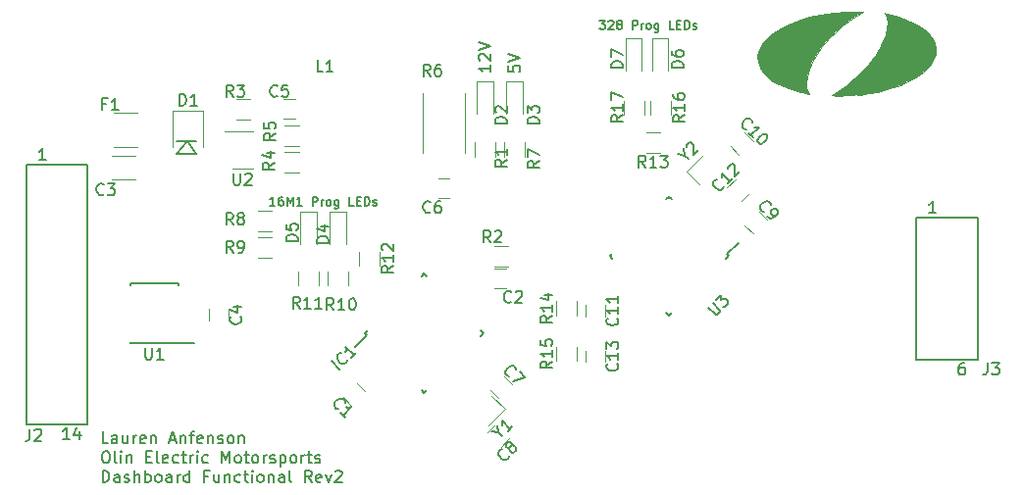
<source format=gbr>
G04 #@! TF.FileFunction,Legend,Top*
%FSLAX46Y46*%
G04 Gerber Fmt 4.6, Leading zero omitted, Abs format (unit mm)*
G04 Created by KiCad (PCBNEW 4.0.7-e2-6376~58~ubuntu16.04.1) date Mon Feb 19 20:22:06 2018*
%MOMM*%
%LPD*%
G01*
G04 APERTURE LIST*
%ADD10C,0.100000*%
%ADD11C,0.152400*%
%ADD12C,0.120000*%
%ADD13C,0.200000*%
%ADD14C,0.150000*%
%ADD15C,0.010000*%
G04 APERTURE END LIST*
D10*
D11*
X130701143Y-38317714D02*
X130265715Y-38317714D01*
X130483429Y-38317714D02*
X130483429Y-37555714D01*
X130410858Y-37664571D01*
X130338286Y-37737143D01*
X130265715Y-37773429D01*
X131354286Y-37555714D02*
X131209143Y-37555714D01*
X131136572Y-37592000D01*
X131100286Y-37628286D01*
X131027715Y-37737143D01*
X130991429Y-37882286D01*
X130991429Y-38172571D01*
X131027715Y-38245143D01*
X131064000Y-38281429D01*
X131136572Y-38317714D01*
X131281715Y-38317714D01*
X131354286Y-38281429D01*
X131390572Y-38245143D01*
X131426857Y-38172571D01*
X131426857Y-37991143D01*
X131390572Y-37918571D01*
X131354286Y-37882286D01*
X131281715Y-37846000D01*
X131136572Y-37846000D01*
X131064000Y-37882286D01*
X131027715Y-37918571D01*
X130991429Y-37991143D01*
X131753429Y-38317714D02*
X131753429Y-37555714D01*
X132007429Y-38100000D01*
X132261429Y-37555714D01*
X132261429Y-38317714D01*
X133023428Y-38317714D02*
X132588000Y-38317714D01*
X132805714Y-38317714D02*
X132805714Y-37555714D01*
X132733143Y-37664571D01*
X132660571Y-37737143D01*
X132588000Y-37773429D01*
X133930571Y-38317714D02*
X133930571Y-37555714D01*
X134220856Y-37555714D01*
X134293428Y-37592000D01*
X134329713Y-37628286D01*
X134365999Y-37700857D01*
X134365999Y-37809714D01*
X134329713Y-37882286D01*
X134293428Y-37918571D01*
X134220856Y-37954857D01*
X133930571Y-37954857D01*
X134692571Y-38317714D02*
X134692571Y-37809714D01*
X134692571Y-37954857D02*
X134728856Y-37882286D01*
X134765142Y-37846000D01*
X134837713Y-37809714D01*
X134910285Y-37809714D01*
X135273142Y-38317714D02*
X135200570Y-38281429D01*
X135164285Y-38245143D01*
X135127999Y-38172571D01*
X135127999Y-37954857D01*
X135164285Y-37882286D01*
X135200570Y-37846000D01*
X135273142Y-37809714D01*
X135381999Y-37809714D01*
X135454570Y-37846000D01*
X135490856Y-37882286D01*
X135527142Y-37954857D01*
X135527142Y-38172571D01*
X135490856Y-38245143D01*
X135454570Y-38281429D01*
X135381999Y-38317714D01*
X135273142Y-38317714D01*
X136180285Y-37809714D02*
X136180285Y-38426571D01*
X136143999Y-38499143D01*
X136107714Y-38535429D01*
X136035142Y-38571714D01*
X135926285Y-38571714D01*
X135853714Y-38535429D01*
X136180285Y-38281429D02*
X136107714Y-38317714D01*
X135962571Y-38317714D01*
X135889999Y-38281429D01*
X135853714Y-38245143D01*
X135817428Y-38172571D01*
X135817428Y-37954857D01*
X135853714Y-37882286D01*
X135889999Y-37846000D01*
X135962571Y-37809714D01*
X136107714Y-37809714D01*
X136180285Y-37846000D01*
X137486571Y-38317714D02*
X137123714Y-38317714D01*
X137123714Y-37555714D01*
X137740571Y-37918571D02*
X137994571Y-37918571D01*
X138103428Y-38317714D02*
X137740571Y-38317714D01*
X137740571Y-37555714D01*
X138103428Y-37555714D01*
X138430000Y-38317714D02*
X138430000Y-37555714D01*
X138611428Y-37555714D01*
X138720285Y-37592000D01*
X138792857Y-37664571D01*
X138829142Y-37737143D01*
X138865428Y-37882286D01*
X138865428Y-37991143D01*
X138829142Y-38136286D01*
X138792857Y-38208857D01*
X138720285Y-38281429D01*
X138611428Y-38317714D01*
X138430000Y-38317714D01*
X139155714Y-38281429D02*
X139228285Y-38317714D01*
X139373428Y-38317714D01*
X139446000Y-38281429D01*
X139482285Y-38208857D01*
X139482285Y-38172571D01*
X139446000Y-38100000D01*
X139373428Y-38063714D01*
X139264571Y-38063714D01*
X139192000Y-38027429D01*
X139155714Y-37954857D01*
X139155714Y-37918571D01*
X139192000Y-37846000D01*
X139264571Y-37809714D01*
X139373428Y-37809714D01*
X139446000Y-37846000D01*
X150827619Y-26228524D02*
X150827619Y-26712333D01*
X151311429Y-26760714D01*
X151263048Y-26712333D01*
X151214667Y-26615571D01*
X151214667Y-26373667D01*
X151263048Y-26276905D01*
X151311429Y-26228524D01*
X151408190Y-26180143D01*
X151650095Y-26180143D01*
X151746857Y-26228524D01*
X151795238Y-26276905D01*
X151843619Y-26373667D01*
X151843619Y-26615571D01*
X151795238Y-26712333D01*
X151746857Y-26760714D01*
X150827619Y-25889857D02*
X151843619Y-25551190D01*
X150827619Y-25212524D01*
X149303619Y-26155952D02*
X149303619Y-26736523D01*
X149303619Y-26446237D02*
X148287619Y-26446237D01*
X148432762Y-26542999D01*
X148529524Y-26639761D01*
X148577905Y-26736523D01*
X148384381Y-25768904D02*
X148336000Y-25720523D01*
X148287619Y-25623761D01*
X148287619Y-25381857D01*
X148336000Y-25285095D01*
X148384381Y-25236714D01*
X148481143Y-25188333D01*
X148577905Y-25188333D01*
X148723048Y-25236714D01*
X149303619Y-25817285D01*
X149303619Y-25188333D01*
X148287619Y-24898047D02*
X149303619Y-24559380D01*
X148287619Y-24220714D01*
X158731858Y-22315714D02*
X159203572Y-22315714D01*
X158949572Y-22606000D01*
X159058430Y-22606000D01*
X159131001Y-22642286D01*
X159167287Y-22678571D01*
X159203572Y-22751143D01*
X159203572Y-22932571D01*
X159167287Y-23005143D01*
X159131001Y-23041429D01*
X159058430Y-23077714D01*
X158840715Y-23077714D01*
X158768144Y-23041429D01*
X158731858Y-23005143D01*
X159493858Y-22388286D02*
X159530144Y-22352000D01*
X159602715Y-22315714D01*
X159784144Y-22315714D01*
X159856715Y-22352000D01*
X159893001Y-22388286D01*
X159929286Y-22460857D01*
X159929286Y-22533429D01*
X159893001Y-22642286D01*
X159457572Y-23077714D01*
X159929286Y-23077714D01*
X160364715Y-22642286D02*
X160292143Y-22606000D01*
X160255858Y-22569714D01*
X160219572Y-22497143D01*
X160219572Y-22460857D01*
X160255858Y-22388286D01*
X160292143Y-22352000D01*
X160364715Y-22315714D01*
X160509858Y-22315714D01*
X160582429Y-22352000D01*
X160618715Y-22388286D01*
X160655000Y-22460857D01*
X160655000Y-22497143D01*
X160618715Y-22569714D01*
X160582429Y-22606000D01*
X160509858Y-22642286D01*
X160364715Y-22642286D01*
X160292143Y-22678571D01*
X160255858Y-22714857D01*
X160219572Y-22787429D01*
X160219572Y-22932571D01*
X160255858Y-23005143D01*
X160292143Y-23041429D01*
X160364715Y-23077714D01*
X160509858Y-23077714D01*
X160582429Y-23041429D01*
X160618715Y-23005143D01*
X160655000Y-22932571D01*
X160655000Y-22787429D01*
X160618715Y-22714857D01*
X160582429Y-22678571D01*
X160509858Y-22642286D01*
X161562143Y-23077714D02*
X161562143Y-22315714D01*
X161852428Y-22315714D01*
X161925000Y-22352000D01*
X161961285Y-22388286D01*
X161997571Y-22460857D01*
X161997571Y-22569714D01*
X161961285Y-22642286D01*
X161925000Y-22678571D01*
X161852428Y-22714857D01*
X161562143Y-22714857D01*
X162324143Y-23077714D02*
X162324143Y-22569714D01*
X162324143Y-22714857D02*
X162360428Y-22642286D01*
X162396714Y-22606000D01*
X162469285Y-22569714D01*
X162541857Y-22569714D01*
X162904714Y-23077714D02*
X162832142Y-23041429D01*
X162795857Y-23005143D01*
X162759571Y-22932571D01*
X162759571Y-22714857D01*
X162795857Y-22642286D01*
X162832142Y-22606000D01*
X162904714Y-22569714D01*
X163013571Y-22569714D01*
X163086142Y-22606000D01*
X163122428Y-22642286D01*
X163158714Y-22714857D01*
X163158714Y-22932571D01*
X163122428Y-23005143D01*
X163086142Y-23041429D01*
X163013571Y-23077714D01*
X162904714Y-23077714D01*
X163811857Y-22569714D02*
X163811857Y-23186571D01*
X163775571Y-23259143D01*
X163739286Y-23295429D01*
X163666714Y-23331714D01*
X163557857Y-23331714D01*
X163485286Y-23295429D01*
X163811857Y-23041429D02*
X163739286Y-23077714D01*
X163594143Y-23077714D01*
X163521571Y-23041429D01*
X163485286Y-23005143D01*
X163449000Y-22932571D01*
X163449000Y-22714857D01*
X163485286Y-22642286D01*
X163521571Y-22606000D01*
X163594143Y-22569714D01*
X163739286Y-22569714D01*
X163811857Y-22606000D01*
X165118143Y-23077714D02*
X164755286Y-23077714D01*
X164755286Y-22315714D01*
X165372143Y-22678571D02*
X165626143Y-22678571D01*
X165735000Y-23077714D02*
X165372143Y-23077714D01*
X165372143Y-22315714D01*
X165735000Y-22315714D01*
X166061572Y-23077714D02*
X166061572Y-22315714D01*
X166243000Y-22315714D01*
X166351857Y-22352000D01*
X166424429Y-22424571D01*
X166460714Y-22497143D01*
X166497000Y-22642286D01*
X166497000Y-22751143D01*
X166460714Y-22896286D01*
X166424429Y-22968857D01*
X166351857Y-23041429D01*
X166243000Y-23077714D01*
X166061572Y-23077714D01*
X166787286Y-23041429D02*
X166859857Y-23077714D01*
X167005000Y-23077714D01*
X167077572Y-23041429D01*
X167113857Y-22968857D01*
X167113857Y-22932571D01*
X167077572Y-22860000D01*
X167005000Y-22823714D01*
X166896143Y-22823714D01*
X166823572Y-22787429D01*
X166787286Y-22714857D01*
X166787286Y-22678571D01*
X166823572Y-22606000D01*
X166896143Y-22569714D01*
X167005000Y-22569714D01*
X167077572Y-22606000D01*
X116295714Y-58854219D02*
X115811905Y-58854219D01*
X115811905Y-57838219D01*
X117069809Y-58854219D02*
X117069809Y-58322029D01*
X117021428Y-58225267D01*
X116924666Y-58176886D01*
X116731143Y-58176886D01*
X116634381Y-58225267D01*
X117069809Y-58805838D02*
X116973047Y-58854219D01*
X116731143Y-58854219D01*
X116634381Y-58805838D01*
X116586000Y-58709076D01*
X116586000Y-58612314D01*
X116634381Y-58515552D01*
X116731143Y-58467171D01*
X116973047Y-58467171D01*
X117069809Y-58418790D01*
X117989047Y-58176886D02*
X117989047Y-58854219D01*
X117553619Y-58176886D02*
X117553619Y-58709076D01*
X117602000Y-58805838D01*
X117698762Y-58854219D01*
X117843904Y-58854219D01*
X117940666Y-58805838D01*
X117989047Y-58757457D01*
X118472857Y-58854219D02*
X118472857Y-58176886D01*
X118472857Y-58370410D02*
X118521238Y-58273648D01*
X118569619Y-58225267D01*
X118666381Y-58176886D01*
X118763142Y-58176886D01*
X119488856Y-58805838D02*
X119392094Y-58854219D01*
X119198571Y-58854219D01*
X119101809Y-58805838D01*
X119053428Y-58709076D01*
X119053428Y-58322029D01*
X119101809Y-58225267D01*
X119198571Y-58176886D01*
X119392094Y-58176886D01*
X119488856Y-58225267D01*
X119537237Y-58322029D01*
X119537237Y-58418790D01*
X119053428Y-58515552D01*
X119972666Y-58176886D02*
X119972666Y-58854219D01*
X119972666Y-58273648D02*
X120021047Y-58225267D01*
X120117809Y-58176886D01*
X120262951Y-58176886D01*
X120359713Y-58225267D01*
X120408094Y-58322029D01*
X120408094Y-58854219D01*
X121617618Y-58563933D02*
X122101427Y-58563933D01*
X121520856Y-58854219D02*
X121859523Y-57838219D01*
X122198189Y-58854219D01*
X122536856Y-58176886D02*
X122536856Y-58854219D01*
X122536856Y-58273648D02*
X122585237Y-58225267D01*
X122681999Y-58176886D01*
X122827141Y-58176886D01*
X122923903Y-58225267D01*
X122972284Y-58322029D01*
X122972284Y-58854219D01*
X123310951Y-58176886D02*
X123697999Y-58176886D01*
X123456094Y-58854219D02*
X123456094Y-57983362D01*
X123504475Y-57886600D01*
X123601237Y-57838219D01*
X123697999Y-57838219D01*
X124423712Y-58805838D02*
X124326950Y-58854219D01*
X124133427Y-58854219D01*
X124036665Y-58805838D01*
X123988284Y-58709076D01*
X123988284Y-58322029D01*
X124036665Y-58225267D01*
X124133427Y-58176886D01*
X124326950Y-58176886D01*
X124423712Y-58225267D01*
X124472093Y-58322029D01*
X124472093Y-58418790D01*
X123988284Y-58515552D01*
X124907522Y-58176886D02*
X124907522Y-58854219D01*
X124907522Y-58273648D02*
X124955903Y-58225267D01*
X125052665Y-58176886D01*
X125197807Y-58176886D01*
X125294569Y-58225267D01*
X125342950Y-58322029D01*
X125342950Y-58854219D01*
X125778379Y-58805838D02*
X125875141Y-58854219D01*
X126068665Y-58854219D01*
X126165426Y-58805838D01*
X126213807Y-58709076D01*
X126213807Y-58660695D01*
X126165426Y-58563933D01*
X126068665Y-58515552D01*
X125923522Y-58515552D01*
X125826760Y-58467171D01*
X125778379Y-58370410D01*
X125778379Y-58322029D01*
X125826760Y-58225267D01*
X125923522Y-58176886D01*
X126068665Y-58176886D01*
X126165426Y-58225267D01*
X126794379Y-58854219D02*
X126697617Y-58805838D01*
X126649236Y-58757457D01*
X126600855Y-58660695D01*
X126600855Y-58370410D01*
X126649236Y-58273648D01*
X126697617Y-58225267D01*
X126794379Y-58176886D01*
X126939521Y-58176886D01*
X127036283Y-58225267D01*
X127084664Y-58273648D01*
X127133045Y-58370410D01*
X127133045Y-58660695D01*
X127084664Y-58757457D01*
X127036283Y-58805838D01*
X126939521Y-58854219D01*
X126794379Y-58854219D01*
X127568474Y-58176886D02*
X127568474Y-58854219D01*
X127568474Y-58273648D02*
X127616855Y-58225267D01*
X127713617Y-58176886D01*
X127858759Y-58176886D01*
X127955521Y-58225267D01*
X128003902Y-58322029D01*
X128003902Y-58854219D01*
X116005429Y-59514619D02*
X116198952Y-59514619D01*
X116295714Y-59563000D01*
X116392476Y-59659762D01*
X116440857Y-59853286D01*
X116440857Y-60191952D01*
X116392476Y-60385476D01*
X116295714Y-60482238D01*
X116198952Y-60530619D01*
X116005429Y-60530619D01*
X115908667Y-60482238D01*
X115811905Y-60385476D01*
X115763524Y-60191952D01*
X115763524Y-59853286D01*
X115811905Y-59659762D01*
X115908667Y-59563000D01*
X116005429Y-59514619D01*
X117021429Y-60530619D02*
X116924667Y-60482238D01*
X116876286Y-60385476D01*
X116876286Y-59514619D01*
X117408476Y-60530619D02*
X117408476Y-59853286D01*
X117408476Y-59514619D02*
X117360095Y-59563000D01*
X117408476Y-59611381D01*
X117456857Y-59563000D01*
X117408476Y-59514619D01*
X117408476Y-59611381D01*
X117892286Y-59853286D02*
X117892286Y-60530619D01*
X117892286Y-59950048D02*
X117940667Y-59901667D01*
X118037429Y-59853286D01*
X118182571Y-59853286D01*
X118279333Y-59901667D01*
X118327714Y-59998429D01*
X118327714Y-60530619D01*
X119585619Y-59998429D02*
X119924285Y-59998429D01*
X120069428Y-60530619D02*
X119585619Y-60530619D01*
X119585619Y-59514619D01*
X120069428Y-59514619D01*
X120650000Y-60530619D02*
X120553238Y-60482238D01*
X120504857Y-60385476D01*
X120504857Y-59514619D01*
X121424094Y-60482238D02*
X121327332Y-60530619D01*
X121133809Y-60530619D01*
X121037047Y-60482238D01*
X120988666Y-60385476D01*
X120988666Y-59998429D01*
X121037047Y-59901667D01*
X121133809Y-59853286D01*
X121327332Y-59853286D01*
X121424094Y-59901667D01*
X121472475Y-59998429D01*
X121472475Y-60095190D01*
X120988666Y-60191952D01*
X122343332Y-60482238D02*
X122246570Y-60530619D01*
X122053047Y-60530619D01*
X121956285Y-60482238D01*
X121907904Y-60433857D01*
X121859523Y-60337095D01*
X121859523Y-60046810D01*
X121907904Y-59950048D01*
X121956285Y-59901667D01*
X122053047Y-59853286D01*
X122246570Y-59853286D01*
X122343332Y-59901667D01*
X122633618Y-59853286D02*
X123020666Y-59853286D01*
X122778761Y-59514619D02*
X122778761Y-60385476D01*
X122827142Y-60482238D01*
X122923904Y-60530619D01*
X123020666Y-60530619D01*
X123359332Y-60530619D02*
X123359332Y-59853286D01*
X123359332Y-60046810D02*
X123407713Y-59950048D01*
X123456094Y-59901667D01*
X123552856Y-59853286D01*
X123649617Y-59853286D01*
X123988284Y-60530619D02*
X123988284Y-59853286D01*
X123988284Y-59514619D02*
X123939903Y-59563000D01*
X123988284Y-59611381D01*
X124036665Y-59563000D01*
X123988284Y-59514619D01*
X123988284Y-59611381D01*
X124907522Y-60482238D02*
X124810760Y-60530619D01*
X124617237Y-60530619D01*
X124520475Y-60482238D01*
X124472094Y-60433857D01*
X124423713Y-60337095D01*
X124423713Y-60046810D01*
X124472094Y-59950048D01*
X124520475Y-59901667D01*
X124617237Y-59853286D01*
X124810760Y-59853286D01*
X124907522Y-59901667D01*
X126117046Y-60530619D02*
X126117046Y-59514619D01*
X126455712Y-60240333D01*
X126794379Y-59514619D01*
X126794379Y-60530619D01*
X127423332Y-60530619D02*
X127326570Y-60482238D01*
X127278189Y-60433857D01*
X127229808Y-60337095D01*
X127229808Y-60046810D01*
X127278189Y-59950048D01*
X127326570Y-59901667D01*
X127423332Y-59853286D01*
X127568474Y-59853286D01*
X127665236Y-59901667D01*
X127713617Y-59950048D01*
X127761998Y-60046810D01*
X127761998Y-60337095D01*
X127713617Y-60433857D01*
X127665236Y-60482238D01*
X127568474Y-60530619D01*
X127423332Y-60530619D01*
X128052284Y-59853286D02*
X128439332Y-59853286D01*
X128197427Y-59514619D02*
X128197427Y-60385476D01*
X128245808Y-60482238D01*
X128342570Y-60530619D01*
X128439332Y-60530619D01*
X128923141Y-60530619D02*
X128826379Y-60482238D01*
X128777998Y-60433857D01*
X128729617Y-60337095D01*
X128729617Y-60046810D01*
X128777998Y-59950048D01*
X128826379Y-59901667D01*
X128923141Y-59853286D01*
X129068283Y-59853286D01*
X129165045Y-59901667D01*
X129213426Y-59950048D01*
X129261807Y-60046810D01*
X129261807Y-60337095D01*
X129213426Y-60433857D01*
X129165045Y-60482238D01*
X129068283Y-60530619D01*
X128923141Y-60530619D01*
X129697236Y-60530619D02*
X129697236Y-59853286D01*
X129697236Y-60046810D02*
X129745617Y-59950048D01*
X129793998Y-59901667D01*
X129890760Y-59853286D01*
X129987521Y-59853286D01*
X130277807Y-60482238D02*
X130374569Y-60530619D01*
X130568093Y-60530619D01*
X130664854Y-60482238D01*
X130713235Y-60385476D01*
X130713235Y-60337095D01*
X130664854Y-60240333D01*
X130568093Y-60191952D01*
X130422950Y-60191952D01*
X130326188Y-60143571D01*
X130277807Y-60046810D01*
X130277807Y-59998429D01*
X130326188Y-59901667D01*
X130422950Y-59853286D01*
X130568093Y-59853286D01*
X130664854Y-59901667D01*
X131148664Y-59853286D02*
X131148664Y-60869286D01*
X131148664Y-59901667D02*
X131245426Y-59853286D01*
X131438949Y-59853286D01*
X131535711Y-59901667D01*
X131584092Y-59950048D01*
X131632473Y-60046810D01*
X131632473Y-60337095D01*
X131584092Y-60433857D01*
X131535711Y-60482238D01*
X131438949Y-60530619D01*
X131245426Y-60530619D01*
X131148664Y-60482238D01*
X132213045Y-60530619D02*
X132116283Y-60482238D01*
X132067902Y-60433857D01*
X132019521Y-60337095D01*
X132019521Y-60046810D01*
X132067902Y-59950048D01*
X132116283Y-59901667D01*
X132213045Y-59853286D01*
X132358187Y-59853286D01*
X132454949Y-59901667D01*
X132503330Y-59950048D01*
X132551711Y-60046810D01*
X132551711Y-60337095D01*
X132503330Y-60433857D01*
X132454949Y-60482238D01*
X132358187Y-60530619D01*
X132213045Y-60530619D01*
X132987140Y-60530619D02*
X132987140Y-59853286D01*
X132987140Y-60046810D02*
X133035521Y-59950048D01*
X133083902Y-59901667D01*
X133180664Y-59853286D01*
X133277425Y-59853286D01*
X133470949Y-59853286D02*
X133857997Y-59853286D01*
X133616092Y-59514619D02*
X133616092Y-60385476D01*
X133664473Y-60482238D01*
X133761235Y-60530619D01*
X133857997Y-60530619D01*
X134148282Y-60482238D02*
X134245044Y-60530619D01*
X134438568Y-60530619D01*
X134535329Y-60482238D01*
X134583710Y-60385476D01*
X134583710Y-60337095D01*
X134535329Y-60240333D01*
X134438568Y-60191952D01*
X134293425Y-60191952D01*
X134196663Y-60143571D01*
X134148282Y-60046810D01*
X134148282Y-59998429D01*
X134196663Y-59901667D01*
X134293425Y-59853286D01*
X134438568Y-59853286D01*
X134535329Y-59901667D01*
X115811905Y-62207019D02*
X115811905Y-61191019D01*
X116053810Y-61191019D01*
X116198952Y-61239400D01*
X116295714Y-61336162D01*
X116344095Y-61432924D01*
X116392476Y-61626448D01*
X116392476Y-61771590D01*
X116344095Y-61965114D01*
X116295714Y-62061876D01*
X116198952Y-62158638D01*
X116053810Y-62207019D01*
X115811905Y-62207019D01*
X117263333Y-62207019D02*
X117263333Y-61674829D01*
X117214952Y-61578067D01*
X117118190Y-61529686D01*
X116924667Y-61529686D01*
X116827905Y-61578067D01*
X117263333Y-62158638D02*
X117166571Y-62207019D01*
X116924667Y-62207019D01*
X116827905Y-62158638D01*
X116779524Y-62061876D01*
X116779524Y-61965114D01*
X116827905Y-61868352D01*
X116924667Y-61819971D01*
X117166571Y-61819971D01*
X117263333Y-61771590D01*
X117698762Y-62158638D02*
X117795524Y-62207019D01*
X117989048Y-62207019D01*
X118085809Y-62158638D01*
X118134190Y-62061876D01*
X118134190Y-62013495D01*
X118085809Y-61916733D01*
X117989048Y-61868352D01*
X117843905Y-61868352D01*
X117747143Y-61819971D01*
X117698762Y-61723210D01*
X117698762Y-61674829D01*
X117747143Y-61578067D01*
X117843905Y-61529686D01*
X117989048Y-61529686D01*
X118085809Y-61578067D01*
X118569619Y-62207019D02*
X118569619Y-61191019D01*
X119005047Y-62207019D02*
X119005047Y-61674829D01*
X118956666Y-61578067D01*
X118859904Y-61529686D01*
X118714762Y-61529686D01*
X118618000Y-61578067D01*
X118569619Y-61626448D01*
X119488857Y-62207019D02*
X119488857Y-61191019D01*
X119488857Y-61578067D02*
X119585619Y-61529686D01*
X119779142Y-61529686D01*
X119875904Y-61578067D01*
X119924285Y-61626448D01*
X119972666Y-61723210D01*
X119972666Y-62013495D01*
X119924285Y-62110257D01*
X119875904Y-62158638D01*
X119779142Y-62207019D01*
X119585619Y-62207019D01*
X119488857Y-62158638D01*
X120553238Y-62207019D02*
X120456476Y-62158638D01*
X120408095Y-62110257D01*
X120359714Y-62013495D01*
X120359714Y-61723210D01*
X120408095Y-61626448D01*
X120456476Y-61578067D01*
X120553238Y-61529686D01*
X120698380Y-61529686D01*
X120795142Y-61578067D01*
X120843523Y-61626448D01*
X120891904Y-61723210D01*
X120891904Y-62013495D01*
X120843523Y-62110257D01*
X120795142Y-62158638D01*
X120698380Y-62207019D01*
X120553238Y-62207019D01*
X121762761Y-62207019D02*
X121762761Y-61674829D01*
X121714380Y-61578067D01*
X121617618Y-61529686D01*
X121424095Y-61529686D01*
X121327333Y-61578067D01*
X121762761Y-62158638D02*
X121665999Y-62207019D01*
X121424095Y-62207019D01*
X121327333Y-62158638D01*
X121278952Y-62061876D01*
X121278952Y-61965114D01*
X121327333Y-61868352D01*
X121424095Y-61819971D01*
X121665999Y-61819971D01*
X121762761Y-61771590D01*
X122246571Y-62207019D02*
X122246571Y-61529686D01*
X122246571Y-61723210D02*
X122294952Y-61626448D01*
X122343333Y-61578067D01*
X122440095Y-61529686D01*
X122536856Y-61529686D01*
X123310951Y-62207019D02*
X123310951Y-61191019D01*
X123310951Y-62158638D02*
X123214189Y-62207019D01*
X123020666Y-62207019D01*
X122923904Y-62158638D01*
X122875523Y-62110257D01*
X122827142Y-62013495D01*
X122827142Y-61723210D01*
X122875523Y-61626448D01*
X122923904Y-61578067D01*
X123020666Y-61529686D01*
X123214189Y-61529686D01*
X123310951Y-61578067D01*
X124907522Y-61674829D02*
X124568856Y-61674829D01*
X124568856Y-62207019D02*
X124568856Y-61191019D01*
X125052665Y-61191019D01*
X125875141Y-61529686D02*
X125875141Y-62207019D01*
X125439713Y-61529686D02*
X125439713Y-62061876D01*
X125488094Y-62158638D01*
X125584856Y-62207019D01*
X125729998Y-62207019D01*
X125826760Y-62158638D01*
X125875141Y-62110257D01*
X126358951Y-61529686D02*
X126358951Y-62207019D01*
X126358951Y-61626448D02*
X126407332Y-61578067D01*
X126504094Y-61529686D01*
X126649236Y-61529686D01*
X126745998Y-61578067D01*
X126794379Y-61674829D01*
X126794379Y-62207019D01*
X127713617Y-62158638D02*
X127616855Y-62207019D01*
X127423332Y-62207019D01*
X127326570Y-62158638D01*
X127278189Y-62110257D01*
X127229808Y-62013495D01*
X127229808Y-61723210D01*
X127278189Y-61626448D01*
X127326570Y-61578067D01*
X127423332Y-61529686D01*
X127616855Y-61529686D01*
X127713617Y-61578067D01*
X128003903Y-61529686D02*
X128390951Y-61529686D01*
X128149046Y-61191019D02*
X128149046Y-62061876D01*
X128197427Y-62158638D01*
X128294189Y-62207019D01*
X128390951Y-62207019D01*
X128729617Y-62207019D02*
X128729617Y-61529686D01*
X128729617Y-61191019D02*
X128681236Y-61239400D01*
X128729617Y-61287781D01*
X128777998Y-61239400D01*
X128729617Y-61191019D01*
X128729617Y-61287781D01*
X129358570Y-62207019D02*
X129261808Y-62158638D01*
X129213427Y-62110257D01*
X129165046Y-62013495D01*
X129165046Y-61723210D01*
X129213427Y-61626448D01*
X129261808Y-61578067D01*
X129358570Y-61529686D01*
X129503712Y-61529686D01*
X129600474Y-61578067D01*
X129648855Y-61626448D01*
X129697236Y-61723210D01*
X129697236Y-62013495D01*
X129648855Y-62110257D01*
X129600474Y-62158638D01*
X129503712Y-62207019D01*
X129358570Y-62207019D01*
X130132665Y-61529686D02*
X130132665Y-62207019D01*
X130132665Y-61626448D02*
X130181046Y-61578067D01*
X130277808Y-61529686D01*
X130422950Y-61529686D01*
X130519712Y-61578067D01*
X130568093Y-61674829D01*
X130568093Y-62207019D01*
X131487331Y-62207019D02*
X131487331Y-61674829D01*
X131438950Y-61578067D01*
X131342188Y-61529686D01*
X131148665Y-61529686D01*
X131051903Y-61578067D01*
X131487331Y-62158638D02*
X131390569Y-62207019D01*
X131148665Y-62207019D01*
X131051903Y-62158638D01*
X131003522Y-62061876D01*
X131003522Y-61965114D01*
X131051903Y-61868352D01*
X131148665Y-61819971D01*
X131390569Y-61819971D01*
X131487331Y-61771590D01*
X132116284Y-62207019D02*
X132019522Y-62158638D01*
X131971141Y-62061876D01*
X131971141Y-61191019D01*
X133857997Y-62207019D02*
X133519331Y-61723210D01*
X133277426Y-62207019D02*
X133277426Y-61191019D01*
X133664473Y-61191019D01*
X133761235Y-61239400D01*
X133809616Y-61287781D01*
X133857997Y-61384543D01*
X133857997Y-61529686D01*
X133809616Y-61626448D01*
X133761235Y-61674829D01*
X133664473Y-61723210D01*
X133277426Y-61723210D01*
X134680473Y-62158638D02*
X134583711Y-62207019D01*
X134390188Y-62207019D01*
X134293426Y-62158638D01*
X134245045Y-62061876D01*
X134245045Y-61674829D01*
X134293426Y-61578067D01*
X134390188Y-61529686D01*
X134583711Y-61529686D01*
X134680473Y-61578067D01*
X134728854Y-61674829D01*
X134728854Y-61771590D01*
X134245045Y-61868352D01*
X135067521Y-61529686D02*
X135309426Y-62207019D01*
X135551330Y-61529686D01*
X135889997Y-61287781D02*
X135938378Y-61239400D01*
X136035140Y-61191019D01*
X136277044Y-61191019D01*
X136373806Y-61239400D01*
X136422187Y-61287781D01*
X136470568Y-61384543D01*
X136470568Y-61481305D01*
X136422187Y-61626448D01*
X135841616Y-62207019D01*
X136470568Y-62207019D01*
D12*
X136586406Y-54857487D02*
X137293513Y-55564594D01*
X138495594Y-54362513D02*
X137788487Y-53655406D01*
X150672200Y-43724486D02*
X149672200Y-43724486D01*
X149672200Y-45424486D02*
X150672200Y-45424486D01*
X116626000Y-36072000D02*
X118626000Y-36072000D01*
X118626000Y-34032000D02*
X116626000Y-34032000D01*
X126707000Y-48252000D02*
X126707000Y-47252000D01*
X125007000Y-47252000D02*
X125007000Y-48252000D01*
X131469000Y-30822000D02*
X132469000Y-30822000D01*
X132469000Y-29122000D02*
X131469000Y-29122000D01*
X145772000Y-35980000D02*
X144772000Y-35980000D01*
X144772000Y-37680000D02*
X145772000Y-37680000D01*
X151195594Y-53727513D02*
X150488487Y-53020406D01*
X149286406Y-54222487D02*
X149993513Y-54929594D01*
X149739513Y-57211406D02*
X149032406Y-57918513D01*
X150234487Y-59120594D02*
X150941594Y-58413487D01*
X173166594Y-39503513D02*
X172459487Y-38796406D01*
X171257406Y-39998487D02*
X171964513Y-40705594D01*
X171951487Y-32700406D02*
X171244380Y-31993299D01*
X170042299Y-33195380D02*
X170749406Y-33902487D01*
X159219000Y-47887000D02*
X159219000Y-46887000D01*
X157519000Y-46887000D02*
X157519000Y-47887000D01*
X170440513Y-36002406D02*
X169733406Y-36709513D01*
X170935487Y-37911594D02*
X171642594Y-37204487D01*
X159219000Y-51824000D02*
X159219000Y-50824000D01*
X157519000Y-50824000D02*
X157519000Y-51824000D01*
D13*
X122190000Y-33874000D02*
X123090000Y-32774000D01*
X123890000Y-33874000D02*
X122190000Y-33874000D01*
X123090000Y-32774000D02*
X123890000Y-33874000D01*
X123890000Y-32774000D02*
X122190000Y-32774000D01*
D12*
X124523500Y-30099000D02*
X121856500Y-30099000D01*
X121856500Y-30099000D02*
X121856500Y-33274000D01*
X124523500Y-30099000D02*
X124523500Y-33274000D01*
X149544000Y-27537000D02*
X148144000Y-27537000D01*
X148144000Y-27537000D02*
X148144000Y-30337000D01*
X149544000Y-27537000D02*
X149544000Y-30337000D01*
X152084000Y-27537000D02*
X150684000Y-27537000D01*
X150684000Y-27537000D02*
X150684000Y-30337000D01*
X152084000Y-27537000D02*
X152084000Y-30337000D01*
X136844000Y-38840000D02*
X135444000Y-38840000D01*
X135444000Y-38840000D02*
X135444000Y-41640000D01*
X136844000Y-38840000D02*
X136844000Y-41640000D01*
X134304000Y-38840000D02*
X132904000Y-38840000D01*
X132904000Y-38840000D02*
X132904000Y-41640000D01*
X134304000Y-38840000D02*
X134304000Y-41640000D01*
X118782000Y-33230000D02*
X116782000Y-33230000D01*
X116782000Y-30270000D02*
X118782000Y-30270000D01*
D14*
X138451259Y-49333496D02*
X138610358Y-49492595D01*
X143577783Y-44206972D02*
X143807593Y-44436782D01*
X148704307Y-49333496D02*
X148474497Y-49103686D01*
X143577783Y-54460020D02*
X143347973Y-54230210D01*
X138451259Y-49333496D02*
X138681069Y-49103686D01*
X143577783Y-54460020D02*
X143807593Y-54230210D01*
X148704307Y-49333496D02*
X148474497Y-49563306D01*
X143577783Y-44206972D02*
X143347973Y-44436782D01*
X138610358Y-49492595D02*
X137602731Y-50500222D01*
X109237000Y-57169000D02*
X114537000Y-57169000D01*
X109237000Y-34779000D02*
X114537000Y-34779000D01*
X109237000Y-57169000D02*
X109237000Y-34779000D01*
X114537000Y-57169000D02*
X114537000Y-34779000D01*
X186072000Y-51581000D02*
X191372000Y-51581000D01*
X186072000Y-39351000D02*
X191372000Y-39351000D01*
X186072000Y-51581000D02*
X186072000Y-39351000D01*
X191372000Y-51581000D02*
X191372000Y-39351000D01*
D12*
X149724000Y-32862000D02*
X149724000Y-34062000D01*
X147964000Y-34062000D02*
X147964000Y-32862000D01*
X149622200Y-41789486D02*
X150822200Y-41789486D01*
X150822200Y-43549486D02*
X149622200Y-43549486D01*
X128550000Y-30852000D02*
X127350000Y-30852000D01*
X127350000Y-29092000D02*
X128550000Y-29092000D01*
X132746000Y-35424000D02*
X131546000Y-35424000D01*
X131546000Y-33664000D02*
X132746000Y-33664000D01*
X132746000Y-33138000D02*
X131546000Y-33138000D01*
X131546000Y-31378000D02*
X132746000Y-31378000D01*
X147108000Y-28590000D02*
X147108000Y-33790000D01*
X143468000Y-33790000D02*
X143468000Y-28590000D01*
X152264000Y-32862000D02*
X152264000Y-34062000D01*
X150504000Y-34062000D02*
X150504000Y-32862000D01*
X130394000Y-40504000D02*
X129194000Y-40504000D01*
X129194000Y-38744000D02*
X130394000Y-38744000D01*
X130394000Y-42790000D02*
X129194000Y-42790000D01*
X129194000Y-41030000D02*
X130394000Y-41030000D01*
X135264000Y-45177000D02*
X135264000Y-43977000D01*
X137024000Y-43977000D02*
X137024000Y-45177000D01*
X132724000Y-45177000D02*
X132724000Y-43977000D01*
X134484000Y-43977000D02*
X134484000Y-45177000D01*
X137931000Y-43465000D02*
X137931000Y-42265000D01*
X139691000Y-42265000D02*
X139691000Y-43465000D01*
X162722000Y-32013000D02*
X163922000Y-32013000D01*
X163922000Y-33773000D02*
X162722000Y-33773000D01*
X156709000Y-46580500D02*
X156709000Y-47780500D01*
X154949000Y-47780500D02*
X154949000Y-46580500D01*
X156709000Y-50520000D02*
X156709000Y-51720000D01*
X154949000Y-51720000D02*
X154949000Y-50520000D01*
D14*
X122344000Y-50200000D02*
X122344000Y-50150000D01*
X118194000Y-50200000D02*
X118194000Y-50055000D01*
X118194000Y-45050000D02*
X118194000Y-45195000D01*
X122344000Y-45050000D02*
X122344000Y-45195000D01*
X122344000Y-50200000D02*
X118194000Y-50200000D01*
X122344000Y-45050000D02*
X118194000Y-45050000D01*
X122344000Y-50150000D02*
X123744000Y-50150000D01*
D12*
X127032000Y-35138000D02*
X128832000Y-35138000D01*
X128832000Y-31918000D02*
X126382000Y-31918000D01*
D14*
X169845524Y-42672000D02*
X169686425Y-42512901D01*
X164719000Y-47798524D02*
X164489190Y-47568714D01*
X159592476Y-42672000D02*
X159822286Y-42901810D01*
X164719000Y-37545476D02*
X164948810Y-37775286D01*
X169845524Y-42672000D02*
X169615714Y-42901810D01*
X164719000Y-37545476D02*
X164489190Y-37775286D01*
X159592476Y-42672000D02*
X159822286Y-42442190D01*
X164719000Y-47798524D02*
X164948810Y-47568714D01*
X169686425Y-42512901D02*
X170694052Y-41505274D01*
D10*
X150542784Y-55886643D02*
X149128571Y-57300857D01*
X150542784Y-55886643D02*
X149411414Y-54755272D01*
X166237416Y-35334843D02*
X167651629Y-33920629D01*
X166237416Y-35334843D02*
X167368786Y-36466214D01*
D12*
X164657000Y-23854000D02*
X163257000Y-23854000D01*
X163257000Y-23854000D02*
X163257000Y-26654000D01*
X164657000Y-23854000D02*
X164657000Y-26654000D01*
X162371000Y-23854000D02*
X160971000Y-23854000D01*
X160971000Y-23854000D02*
X160971000Y-26654000D01*
X162371000Y-23854000D02*
X162371000Y-26654000D01*
X163077000Y-30445000D02*
X163077000Y-29245000D01*
X164837000Y-29245000D02*
X164837000Y-30445000D01*
X160791000Y-30445000D02*
X160791000Y-29245000D01*
X162551000Y-29245000D02*
X162551000Y-30445000D01*
D15*
G36*
X183401983Y-21702857D02*
X183552457Y-21742871D01*
X183818628Y-21811176D01*
X184151829Y-21895325D01*
X184277000Y-21926647D01*
X184909523Y-22120588D01*
X185548166Y-22380634D01*
X186146709Y-22683926D01*
X186658928Y-23007601D01*
X186965464Y-23256369D01*
X187386728Y-23739450D01*
X187646210Y-24236295D01*
X187750208Y-24740117D01*
X187705021Y-25244128D01*
X187516949Y-25741541D01*
X187192290Y-26225569D01*
X186737343Y-26689426D01*
X186158408Y-27126324D01*
X185461783Y-27529476D01*
X184653767Y-27892096D01*
X183740660Y-28207395D01*
X182728759Y-28468588D01*
X181996525Y-28610298D01*
X181538989Y-28683873D01*
X181222227Y-28724252D01*
X181021288Y-28733026D01*
X180911225Y-28711783D01*
X180875988Y-28681688D01*
X180817074Y-28627928D01*
X180806963Y-28671733D01*
X180725319Y-28731404D01*
X180496525Y-28770973D01*
X180276500Y-28783838D01*
X179909619Y-28795054D01*
X179538467Y-28807266D01*
X179345142Y-28814106D01*
X179110824Y-28811314D01*
X178965863Y-28787498D01*
X178942975Y-28768157D01*
X178877294Y-28738379D01*
X178794834Y-28753997D01*
X178787337Y-28740862D01*
X178904123Y-28663153D01*
X179120598Y-28536985D01*
X179157718Y-28516227D01*
X179950052Y-28006140D01*
X180732964Y-27359576D01*
X181315472Y-26786766D01*
X181992545Y-26021263D01*
X182537075Y-25275663D01*
X182975751Y-24512256D01*
X183085149Y-24286085D01*
X183373204Y-23580034D01*
X183531957Y-22974650D01*
X183562305Y-22462335D01*
X183465150Y-22035492D01*
X183372505Y-21857181D01*
X183293494Y-21718595D01*
X183317577Y-21683775D01*
X183401983Y-21702857D01*
X183401983Y-21702857D01*
G37*
X183401983Y-21702857D02*
X183552457Y-21742871D01*
X183818628Y-21811176D01*
X184151829Y-21895325D01*
X184277000Y-21926647D01*
X184909523Y-22120588D01*
X185548166Y-22380634D01*
X186146709Y-22683926D01*
X186658928Y-23007601D01*
X186965464Y-23256369D01*
X187386728Y-23739450D01*
X187646210Y-24236295D01*
X187750208Y-24740117D01*
X187705021Y-25244128D01*
X187516949Y-25741541D01*
X187192290Y-26225569D01*
X186737343Y-26689426D01*
X186158408Y-27126324D01*
X185461783Y-27529476D01*
X184653767Y-27892096D01*
X183740660Y-28207395D01*
X182728759Y-28468588D01*
X181996525Y-28610298D01*
X181538989Y-28683873D01*
X181222227Y-28724252D01*
X181021288Y-28733026D01*
X180911225Y-28711783D01*
X180875988Y-28681688D01*
X180817074Y-28627928D01*
X180806963Y-28671733D01*
X180725319Y-28731404D01*
X180496525Y-28770973D01*
X180276500Y-28783838D01*
X179909619Y-28795054D01*
X179538467Y-28807266D01*
X179345142Y-28814106D01*
X179110824Y-28811314D01*
X178965863Y-28787498D01*
X178942975Y-28768157D01*
X178877294Y-28738379D01*
X178794834Y-28753997D01*
X178787337Y-28740862D01*
X178904123Y-28663153D01*
X179120598Y-28536985D01*
X179157718Y-28516227D01*
X179950052Y-28006140D01*
X180732964Y-27359576D01*
X181315472Y-26786766D01*
X181992545Y-26021263D01*
X182537075Y-25275663D01*
X182975751Y-24512256D01*
X183085149Y-24286085D01*
X183373204Y-23580034D01*
X183531957Y-22974650D01*
X183562305Y-22462335D01*
X183465150Y-22035492D01*
X183372505Y-21857181D01*
X183293494Y-21718595D01*
X183317577Y-21683775D01*
X183401983Y-21702857D01*
G36*
X180748070Y-21958274D02*
X180256169Y-22288709D01*
X179709346Y-22722095D01*
X179148000Y-23221427D01*
X178612529Y-23749700D01*
X178143333Y-24269909D01*
X177922963Y-24546069D01*
X177465696Y-25212664D01*
X177092857Y-25878545D01*
X176810473Y-26524052D01*
X176624570Y-27129523D01*
X176541175Y-27675297D01*
X176566313Y-28141711D01*
X176706011Y-28509104D01*
X176707549Y-28511500D01*
X176789728Y-28649194D01*
X176807119Y-28697837D01*
X176720643Y-28676085D01*
X176507768Y-28621169D01*
X176205916Y-28542766D01*
X176022000Y-28494827D01*
X175029197Y-28193284D01*
X174196883Y-27847854D01*
X173521425Y-27456339D01*
X172999192Y-27016543D01*
X172626551Y-26526266D01*
X172558140Y-26399176D01*
X172376408Y-25868433D01*
X172354747Y-25343032D01*
X172483897Y-24828726D01*
X172754597Y-24331269D01*
X173157584Y-23856415D01*
X173683599Y-23409918D01*
X174323380Y-22997531D01*
X175067666Y-22625009D01*
X175907195Y-22298106D01*
X176832707Y-22022574D01*
X177834940Y-21804169D01*
X178904633Y-21648645D01*
X180032526Y-21561754D01*
X180362482Y-21550382D01*
X181485631Y-21522215D01*
X180748070Y-21958274D01*
X180748070Y-21958274D01*
G37*
X180748070Y-21958274D02*
X180256169Y-22288709D01*
X179709346Y-22722095D01*
X179148000Y-23221427D01*
X178612529Y-23749700D01*
X178143333Y-24269909D01*
X177922963Y-24546069D01*
X177465696Y-25212664D01*
X177092857Y-25878545D01*
X176810473Y-26524052D01*
X176624570Y-27129523D01*
X176541175Y-27675297D01*
X176566313Y-28141711D01*
X176706011Y-28509104D01*
X176707549Y-28511500D01*
X176789728Y-28649194D01*
X176807119Y-28697837D01*
X176720643Y-28676085D01*
X176507768Y-28621169D01*
X176205916Y-28542766D01*
X176022000Y-28494827D01*
X175029197Y-28193284D01*
X174196883Y-27847854D01*
X173521425Y-27456339D01*
X172999192Y-27016543D01*
X172626551Y-26526266D01*
X172558140Y-26399176D01*
X172376408Y-25868433D01*
X172354747Y-25343032D01*
X172483897Y-24828726D01*
X172754597Y-24331269D01*
X173157584Y-23856415D01*
X173683599Y-23409918D01*
X174323380Y-22997531D01*
X175067666Y-22625009D01*
X175907195Y-22298106D01*
X176832707Y-22022574D01*
X177834940Y-21804169D01*
X178904633Y-21648645D01*
X180032526Y-21561754D01*
X180362482Y-21550382D01*
X181485631Y-21522215D01*
X180748070Y-21958274D01*
D14*
X136154611Y-55887689D02*
X136087268Y-55887689D01*
X135952581Y-55820345D01*
X135885237Y-55753002D01*
X135817893Y-55618314D01*
X135817893Y-55483627D01*
X135851565Y-55382612D01*
X135952580Y-55214254D01*
X136053596Y-55113238D01*
X136221955Y-55012223D01*
X136322970Y-54978551D01*
X136457657Y-54978551D01*
X136592344Y-55045895D01*
X136659688Y-55113238D01*
X136727031Y-55247925D01*
X136727031Y-55315269D01*
X136760703Y-56628467D02*
X136356641Y-56224406D01*
X136558672Y-56426436D02*
X137265778Y-55719329D01*
X137097420Y-55753001D01*
X136962733Y-55753001D01*
X136861718Y-55719329D01*
X151090334Y-46585143D02*
X151042715Y-46632762D01*
X150899858Y-46680381D01*
X150804620Y-46680381D01*
X150661762Y-46632762D01*
X150566524Y-46537524D01*
X150518905Y-46442286D01*
X150471286Y-46251810D01*
X150471286Y-46108952D01*
X150518905Y-45918476D01*
X150566524Y-45823238D01*
X150661762Y-45728000D01*
X150804620Y-45680381D01*
X150899858Y-45680381D01*
X151042715Y-45728000D01*
X151090334Y-45775619D01*
X151471286Y-45775619D02*
X151518905Y-45728000D01*
X151614143Y-45680381D01*
X151852239Y-45680381D01*
X151947477Y-45728000D01*
X151995096Y-45775619D01*
X152042715Y-45870857D01*
X152042715Y-45966095D01*
X151995096Y-46108952D01*
X151423667Y-46680381D01*
X152042715Y-46680381D01*
X115911334Y-37314143D02*
X115863715Y-37361762D01*
X115720858Y-37409381D01*
X115625620Y-37409381D01*
X115482762Y-37361762D01*
X115387524Y-37266524D01*
X115339905Y-37171286D01*
X115292286Y-36980810D01*
X115292286Y-36837952D01*
X115339905Y-36647476D01*
X115387524Y-36552238D01*
X115482762Y-36457000D01*
X115625620Y-36409381D01*
X115720858Y-36409381D01*
X115863715Y-36457000D01*
X115911334Y-36504619D01*
X116244667Y-36409381D02*
X116863715Y-36409381D01*
X116530381Y-36790333D01*
X116673239Y-36790333D01*
X116768477Y-36837952D01*
X116816096Y-36885571D01*
X116863715Y-36980810D01*
X116863715Y-37218905D01*
X116816096Y-37314143D01*
X116768477Y-37361762D01*
X116673239Y-37409381D01*
X116387524Y-37409381D01*
X116292286Y-37361762D01*
X116244667Y-37314143D01*
X127714143Y-47918666D02*
X127761762Y-47966285D01*
X127809381Y-48109142D01*
X127809381Y-48204380D01*
X127761762Y-48347238D01*
X127666524Y-48442476D01*
X127571286Y-48490095D01*
X127380810Y-48537714D01*
X127237952Y-48537714D01*
X127047476Y-48490095D01*
X126952238Y-48442476D01*
X126857000Y-48347238D01*
X126809381Y-48204380D01*
X126809381Y-48109142D01*
X126857000Y-47966285D01*
X126904619Y-47918666D01*
X127142714Y-47061523D02*
X127809381Y-47061523D01*
X126761762Y-47299619D02*
X127476048Y-47537714D01*
X127476048Y-46918666D01*
X130897334Y-28805143D02*
X130849715Y-28852762D01*
X130706858Y-28900381D01*
X130611620Y-28900381D01*
X130468762Y-28852762D01*
X130373524Y-28757524D01*
X130325905Y-28662286D01*
X130278286Y-28471810D01*
X130278286Y-28328952D01*
X130325905Y-28138476D01*
X130373524Y-28043238D01*
X130468762Y-27948000D01*
X130611620Y-27900381D01*
X130706858Y-27900381D01*
X130849715Y-27948000D01*
X130897334Y-27995619D01*
X131802096Y-27900381D02*
X131325905Y-27900381D01*
X131278286Y-28376571D01*
X131325905Y-28328952D01*
X131421143Y-28281333D01*
X131659239Y-28281333D01*
X131754477Y-28328952D01*
X131802096Y-28376571D01*
X131849715Y-28471810D01*
X131849715Y-28709905D01*
X131802096Y-28805143D01*
X131754477Y-28852762D01*
X131659239Y-28900381D01*
X131421143Y-28900381D01*
X131325905Y-28852762D01*
X131278286Y-28805143D01*
X144105334Y-38838143D02*
X144057715Y-38885762D01*
X143914858Y-38933381D01*
X143819620Y-38933381D01*
X143676762Y-38885762D01*
X143581524Y-38790524D01*
X143533905Y-38695286D01*
X143486286Y-38504810D01*
X143486286Y-38361952D01*
X143533905Y-38171476D01*
X143581524Y-38076238D01*
X143676762Y-37981000D01*
X143819620Y-37933381D01*
X143914858Y-37933381D01*
X144057715Y-37981000D01*
X144105334Y-38028619D01*
X144962477Y-37933381D02*
X144772000Y-37933381D01*
X144676762Y-37981000D01*
X144629143Y-38028619D01*
X144533905Y-38171476D01*
X144486286Y-38361952D01*
X144486286Y-38742905D01*
X144533905Y-38838143D01*
X144581524Y-38885762D01*
X144676762Y-38933381D01*
X144867239Y-38933381D01*
X144962477Y-38885762D01*
X145010096Y-38838143D01*
X145057715Y-38742905D01*
X145057715Y-38504810D01*
X145010096Y-38409571D01*
X144962477Y-38361952D01*
X144867239Y-38314333D01*
X144676762Y-38314333D01*
X144581524Y-38361952D01*
X144533905Y-38409571D01*
X144486286Y-38504810D01*
X150931271Y-53049028D02*
X150863928Y-53049028D01*
X150729241Y-52981684D01*
X150661897Y-52914341D01*
X150594553Y-52779653D01*
X150594553Y-52644966D01*
X150628225Y-52543951D01*
X150729240Y-52375593D01*
X150830256Y-52274577D01*
X150998615Y-52173562D01*
X151099630Y-52139890D01*
X151234317Y-52139890D01*
X151369004Y-52207234D01*
X151436348Y-52274577D01*
X151503691Y-52409264D01*
X151503691Y-52476608D01*
X151806736Y-52644966D02*
X152278141Y-53116371D01*
X151267988Y-53520432D01*
X150883688Y-59933389D02*
X150883688Y-60000732D01*
X150816344Y-60135419D01*
X150749001Y-60202763D01*
X150614313Y-60270107D01*
X150479626Y-60270107D01*
X150378611Y-60236435D01*
X150210253Y-60135420D01*
X150109237Y-60034404D01*
X150008222Y-59866045D01*
X149974550Y-59765030D01*
X149974550Y-59630343D01*
X150041894Y-59495656D01*
X150109237Y-59428312D01*
X150243924Y-59360969D01*
X150311268Y-59360969D01*
X150951030Y-59192610D02*
X150850015Y-59226282D01*
X150782672Y-59226282D01*
X150681657Y-59192610D01*
X150647985Y-59158939D01*
X150614313Y-59057924D01*
X150614313Y-58990580D01*
X150647985Y-58889565D01*
X150782672Y-58754877D01*
X150883688Y-58721206D01*
X150951031Y-58721206D01*
X151052046Y-58754877D01*
X151085718Y-58788549D01*
X151119390Y-58889564D01*
X151119390Y-58956908D01*
X151085718Y-59057923D01*
X150951030Y-59192610D01*
X150917359Y-59293626D01*
X150917359Y-59360969D01*
X150951031Y-59461985D01*
X151085718Y-59596672D01*
X151186733Y-59630343D01*
X151254076Y-59630343D01*
X151355092Y-59596672D01*
X151489779Y-59461984D01*
X151523451Y-59360969D01*
X151523451Y-59293626D01*
X151489779Y-59192610D01*
X151355092Y-59057924D01*
X151254076Y-59024251D01*
X151186733Y-59024251D01*
X151085718Y-59057923D01*
X172902271Y-38825028D02*
X172834928Y-38825028D01*
X172700241Y-38757684D01*
X172632897Y-38690341D01*
X172565553Y-38555653D01*
X172565553Y-38420966D01*
X172599225Y-38319951D01*
X172700240Y-38151593D01*
X172801256Y-38050577D01*
X172969615Y-37949562D01*
X173070630Y-37915890D01*
X173205317Y-37915890D01*
X173340004Y-37983234D01*
X173407348Y-38050577D01*
X173474691Y-38185264D01*
X173474691Y-38252608D01*
X173171645Y-39229088D02*
X173306332Y-39363775D01*
X173407348Y-39397447D01*
X173474691Y-39397447D01*
X173643050Y-39363776D01*
X173811408Y-39262761D01*
X174080783Y-38993386D01*
X174114454Y-38892371D01*
X174114454Y-38825028D01*
X174080783Y-38724012D01*
X173946095Y-38589325D01*
X173845080Y-38555653D01*
X173777736Y-38555653D01*
X173676721Y-38589325D01*
X173508363Y-38757683D01*
X173474691Y-38858699D01*
X173474690Y-38926043D01*
X173508362Y-39027058D01*
X173643050Y-39161745D01*
X173744065Y-39195417D01*
X173811409Y-39195416D01*
X173912424Y-39161745D01*
X171350446Y-31685203D02*
X171283103Y-31685203D01*
X171148416Y-31617859D01*
X171081072Y-31550516D01*
X171013728Y-31415828D01*
X171013728Y-31281141D01*
X171047400Y-31180126D01*
X171148415Y-31011768D01*
X171249431Y-30910752D01*
X171417790Y-30809737D01*
X171518805Y-30776065D01*
X171653492Y-30776065D01*
X171788179Y-30843409D01*
X171855523Y-30910752D01*
X171922866Y-31045439D01*
X171922866Y-31112783D01*
X171956538Y-32425981D02*
X171552477Y-32021920D01*
X171754507Y-32223950D02*
X172461614Y-31516843D01*
X172293255Y-31550515D01*
X172158568Y-31550515D01*
X172057553Y-31516843D01*
X173101377Y-32156607D02*
X173168721Y-32223951D01*
X173202393Y-32324966D01*
X173202393Y-32392309D01*
X173168721Y-32493325D01*
X173067706Y-32661683D01*
X172899347Y-32830043D01*
X172730988Y-32931058D01*
X172629973Y-32964729D01*
X172562629Y-32964729D01*
X172461614Y-32931058D01*
X172394270Y-32863714D01*
X172360598Y-32762698D01*
X172360598Y-32695355D01*
X172394270Y-32594340D01*
X172495285Y-32425981D01*
X172663645Y-32257622D01*
X172832003Y-32156607D01*
X172933018Y-32122935D01*
X173000362Y-32122935D01*
X173101377Y-32156607D01*
X160226143Y-48029857D02*
X160273762Y-48077476D01*
X160321381Y-48220333D01*
X160321381Y-48315571D01*
X160273762Y-48458429D01*
X160178524Y-48553667D01*
X160083286Y-48601286D01*
X159892810Y-48648905D01*
X159749952Y-48648905D01*
X159559476Y-48601286D01*
X159464238Y-48553667D01*
X159369000Y-48458429D01*
X159321381Y-48315571D01*
X159321381Y-48220333D01*
X159369000Y-48077476D01*
X159416619Y-48029857D01*
X160321381Y-47077476D02*
X160321381Y-47648905D01*
X160321381Y-47363191D02*
X159321381Y-47363191D01*
X159464238Y-47458429D01*
X159559476Y-47553667D01*
X159607095Y-47648905D01*
X160321381Y-46125095D02*
X160321381Y-46696524D01*
X160321381Y-46410810D02*
X159321381Y-46410810D01*
X159464238Y-46506048D01*
X159559476Y-46601286D01*
X159607095Y-46696524D01*
X169425310Y-36603447D02*
X169425310Y-36670790D01*
X169357966Y-36805477D01*
X169290623Y-36872821D01*
X169155935Y-36940165D01*
X169021248Y-36940165D01*
X168920233Y-36906493D01*
X168751875Y-36805478D01*
X168650859Y-36704462D01*
X168549844Y-36536103D01*
X168516172Y-36435088D01*
X168516172Y-36300401D01*
X168583516Y-36165714D01*
X168650859Y-36098370D01*
X168785546Y-36031027D01*
X168852890Y-36031027D01*
X170166088Y-35997355D02*
X169762027Y-36401416D01*
X169964057Y-36199386D02*
X169256950Y-35492279D01*
X169290622Y-35660638D01*
X169290622Y-35795325D01*
X169256950Y-35896340D01*
X169795699Y-35088218D02*
X169795699Y-35020875D01*
X169829370Y-34919859D01*
X169997730Y-34751500D01*
X170098745Y-34717828D01*
X170166088Y-34717828D01*
X170267103Y-34751500D01*
X170334447Y-34818844D01*
X170401790Y-34953530D01*
X170401790Y-35761653D01*
X170839523Y-35323920D01*
X160226143Y-51966857D02*
X160273762Y-52014476D01*
X160321381Y-52157333D01*
X160321381Y-52252571D01*
X160273762Y-52395429D01*
X160178524Y-52490667D01*
X160083286Y-52538286D01*
X159892810Y-52585905D01*
X159749952Y-52585905D01*
X159559476Y-52538286D01*
X159464238Y-52490667D01*
X159369000Y-52395429D01*
X159321381Y-52252571D01*
X159321381Y-52157333D01*
X159369000Y-52014476D01*
X159416619Y-51966857D01*
X160321381Y-51014476D02*
X160321381Y-51585905D01*
X160321381Y-51300191D02*
X159321381Y-51300191D01*
X159464238Y-51395429D01*
X159559476Y-51490667D01*
X159607095Y-51585905D01*
X159321381Y-50681143D02*
X159321381Y-50062095D01*
X159702333Y-50395429D01*
X159702333Y-50252571D01*
X159749952Y-50157333D01*
X159797571Y-50109714D01*
X159892810Y-50062095D01*
X160130905Y-50062095D01*
X160226143Y-50109714D01*
X160273762Y-50157333D01*
X160321381Y-50252571D01*
X160321381Y-50538286D01*
X160273762Y-50633524D01*
X160226143Y-50681143D01*
X122451905Y-29662381D02*
X122451905Y-28662381D01*
X122690000Y-28662381D01*
X122832858Y-28710000D01*
X122928096Y-28805238D01*
X122975715Y-28900476D01*
X123023334Y-29090952D01*
X123023334Y-29233810D01*
X122975715Y-29424286D01*
X122928096Y-29519524D01*
X122832858Y-29614762D01*
X122690000Y-29662381D01*
X122451905Y-29662381D01*
X123975715Y-29662381D02*
X123404286Y-29662381D01*
X123690000Y-29662381D02*
X123690000Y-28662381D01*
X123594762Y-28805238D01*
X123499524Y-28900476D01*
X123404286Y-28948095D01*
X150693381Y-31218095D02*
X149693381Y-31218095D01*
X149693381Y-30980000D01*
X149741000Y-30837142D01*
X149836238Y-30741904D01*
X149931476Y-30694285D01*
X150121952Y-30646666D01*
X150264810Y-30646666D01*
X150455286Y-30694285D01*
X150550524Y-30741904D01*
X150645762Y-30837142D01*
X150693381Y-30980000D01*
X150693381Y-31218095D01*
X149788619Y-30265714D02*
X149741000Y-30218095D01*
X149693381Y-30122857D01*
X149693381Y-29884761D01*
X149741000Y-29789523D01*
X149788619Y-29741904D01*
X149883857Y-29694285D01*
X149979095Y-29694285D01*
X150121952Y-29741904D01*
X150693381Y-30313333D01*
X150693381Y-29694285D01*
X153487381Y-31218095D02*
X152487381Y-31218095D01*
X152487381Y-30980000D01*
X152535000Y-30837142D01*
X152630238Y-30741904D01*
X152725476Y-30694285D01*
X152915952Y-30646666D01*
X153058810Y-30646666D01*
X153249286Y-30694285D01*
X153344524Y-30741904D01*
X153439762Y-30837142D01*
X153487381Y-30980000D01*
X153487381Y-31218095D01*
X152487381Y-30313333D02*
X152487381Y-29694285D01*
X152868333Y-30027619D01*
X152868333Y-29884761D01*
X152915952Y-29789523D01*
X152963571Y-29741904D01*
X153058810Y-29694285D01*
X153296905Y-29694285D01*
X153392143Y-29741904D01*
X153439762Y-29789523D01*
X153487381Y-29884761D01*
X153487381Y-30170476D01*
X153439762Y-30265714D01*
X153392143Y-30313333D01*
X135326381Y-41505095D02*
X134326381Y-41505095D01*
X134326381Y-41267000D01*
X134374000Y-41124142D01*
X134469238Y-41028904D01*
X134564476Y-40981285D01*
X134754952Y-40933666D01*
X134897810Y-40933666D01*
X135088286Y-40981285D01*
X135183524Y-41028904D01*
X135278762Y-41124142D01*
X135326381Y-41267000D01*
X135326381Y-41505095D01*
X134659714Y-40076523D02*
X135326381Y-40076523D01*
X134278762Y-40314619D02*
X134993048Y-40552714D01*
X134993048Y-39933666D01*
X132659381Y-41378095D02*
X131659381Y-41378095D01*
X131659381Y-41140000D01*
X131707000Y-40997142D01*
X131802238Y-40901904D01*
X131897476Y-40854285D01*
X132087952Y-40806666D01*
X132230810Y-40806666D01*
X132421286Y-40854285D01*
X132516524Y-40901904D01*
X132611762Y-40997142D01*
X132659381Y-41140000D01*
X132659381Y-41378095D01*
X131659381Y-39901904D02*
X131659381Y-40378095D01*
X132135571Y-40425714D01*
X132087952Y-40378095D01*
X132040333Y-40282857D01*
X132040333Y-40044761D01*
X132087952Y-39949523D01*
X132135571Y-39901904D01*
X132230810Y-39854285D01*
X132468905Y-39854285D01*
X132564143Y-39901904D01*
X132611762Y-39949523D01*
X132659381Y-40044761D01*
X132659381Y-40282857D01*
X132611762Y-40378095D01*
X132564143Y-40425714D01*
X116125667Y-29519571D02*
X115792333Y-29519571D01*
X115792333Y-30043381D02*
X115792333Y-29043381D01*
X116268524Y-29043381D01*
X117173286Y-30043381D02*
X116601857Y-30043381D01*
X116887571Y-30043381D02*
X116887571Y-29043381D01*
X116792333Y-29186238D01*
X116697095Y-29281476D01*
X116601857Y-29329095D01*
X136281611Y-52445152D02*
X135574504Y-51738045D01*
X136955046Y-51637030D02*
X136955046Y-51704374D01*
X136887703Y-51839061D01*
X136820359Y-51906404D01*
X136685672Y-51973748D01*
X136550985Y-51973748D01*
X136449970Y-51940076D01*
X136281611Y-51839061D01*
X136180595Y-51738045D01*
X136079580Y-51569687D01*
X136045908Y-51468672D01*
X136045908Y-51333985D01*
X136113253Y-51199297D01*
X136180596Y-51131954D01*
X136315283Y-51064610D01*
X136382626Y-51064610D01*
X137695825Y-51030939D02*
X137291763Y-51435000D01*
X137493794Y-51232970D02*
X136786687Y-50525863D01*
X136820359Y-50694222D01*
X136820359Y-50828908D01*
X136786687Y-50929924D01*
X109521667Y-57618381D02*
X109521667Y-58332667D01*
X109474047Y-58475524D01*
X109378809Y-58570762D01*
X109235952Y-58618381D01*
X109140714Y-58618381D01*
X109950238Y-57713619D02*
X109997857Y-57666000D01*
X110093095Y-57618381D01*
X110331191Y-57618381D01*
X110426429Y-57666000D01*
X110474048Y-57713619D01*
X110521667Y-57808857D01*
X110521667Y-57904095D01*
X110474048Y-58046952D01*
X109902619Y-58618381D01*
X110521667Y-58618381D01*
X112966524Y-58491381D02*
X112395095Y-58491381D01*
X112680809Y-58491381D02*
X112680809Y-57491381D01*
X112585571Y-57634238D01*
X112490333Y-57729476D01*
X112395095Y-57777095D01*
X113823667Y-57824714D02*
X113823667Y-58491381D01*
X113585571Y-57443762D02*
X113347476Y-58158048D01*
X113966524Y-58158048D01*
X110902715Y-34361381D02*
X110331286Y-34361381D01*
X110617000Y-34361381D02*
X110617000Y-33361381D01*
X110521762Y-33504238D01*
X110426524Y-33599476D01*
X110331286Y-33647095D01*
X192198667Y-51903381D02*
X192198667Y-52617667D01*
X192151047Y-52760524D01*
X192055809Y-52855762D01*
X191912952Y-52903381D01*
X191817714Y-52903381D01*
X192579619Y-51903381D02*
X193198667Y-51903381D01*
X192865333Y-52284333D01*
X193008191Y-52284333D01*
X193103429Y-52331952D01*
X193151048Y-52379571D01*
X193198667Y-52474810D01*
X193198667Y-52712905D01*
X193151048Y-52808143D01*
X193103429Y-52855762D01*
X193008191Y-52903381D01*
X192722476Y-52903381D01*
X192627238Y-52855762D01*
X192579619Y-52808143D01*
X190182477Y-51903381D02*
X189992000Y-51903381D01*
X189896762Y-51951000D01*
X189849143Y-51998619D01*
X189753905Y-52141476D01*
X189706286Y-52331952D01*
X189706286Y-52712905D01*
X189753905Y-52808143D01*
X189801524Y-52855762D01*
X189896762Y-52903381D01*
X190087239Y-52903381D01*
X190182477Y-52855762D01*
X190230096Y-52808143D01*
X190277715Y-52712905D01*
X190277715Y-52474810D01*
X190230096Y-52379571D01*
X190182477Y-52331952D01*
X190087239Y-52284333D01*
X189896762Y-52284333D01*
X189801524Y-52331952D01*
X189753905Y-52379571D01*
X189706286Y-52474810D01*
X187737715Y-38933381D02*
X187166286Y-38933381D01*
X187452000Y-38933381D02*
X187452000Y-37933381D01*
X187356762Y-38076238D01*
X187261524Y-38171476D01*
X187166286Y-38219095D01*
X134834334Y-26741381D02*
X134358143Y-26741381D01*
X134358143Y-25741381D01*
X135691477Y-26741381D02*
X135120048Y-26741381D01*
X135405762Y-26741381D02*
X135405762Y-25741381D01*
X135310524Y-25884238D01*
X135215286Y-25979476D01*
X135120048Y-26027095D01*
X150693381Y-34329666D02*
X150217190Y-34663000D01*
X150693381Y-34901095D02*
X149693381Y-34901095D01*
X149693381Y-34520142D01*
X149741000Y-34424904D01*
X149788619Y-34377285D01*
X149883857Y-34329666D01*
X150026714Y-34329666D01*
X150121952Y-34377285D01*
X150169571Y-34424904D01*
X150217190Y-34520142D01*
X150217190Y-34901095D01*
X150693381Y-33377285D02*
X150693381Y-33948714D01*
X150693381Y-33663000D02*
X149693381Y-33663000D01*
X149836238Y-33758238D01*
X149931476Y-33853476D01*
X149979095Y-33948714D01*
X149312334Y-41473381D02*
X148979000Y-40997190D01*
X148740905Y-41473381D02*
X148740905Y-40473381D01*
X149121858Y-40473381D01*
X149217096Y-40521000D01*
X149264715Y-40568619D01*
X149312334Y-40663857D01*
X149312334Y-40806714D01*
X149264715Y-40901952D01*
X149217096Y-40949571D01*
X149121858Y-40997190D01*
X148740905Y-40997190D01*
X149693286Y-40568619D02*
X149740905Y-40521000D01*
X149836143Y-40473381D01*
X150074239Y-40473381D01*
X150169477Y-40521000D01*
X150217096Y-40568619D01*
X150264715Y-40663857D01*
X150264715Y-40759095D01*
X150217096Y-40901952D01*
X149645667Y-41473381D01*
X150264715Y-41473381D01*
X127087334Y-28900381D02*
X126754000Y-28424190D01*
X126515905Y-28900381D02*
X126515905Y-27900381D01*
X126896858Y-27900381D01*
X126992096Y-27948000D01*
X127039715Y-27995619D01*
X127087334Y-28090857D01*
X127087334Y-28233714D01*
X127039715Y-28328952D01*
X126992096Y-28376571D01*
X126896858Y-28424190D01*
X126515905Y-28424190D01*
X127420667Y-27900381D02*
X128039715Y-27900381D01*
X127706381Y-28281333D01*
X127849239Y-28281333D01*
X127944477Y-28328952D01*
X127992096Y-28376571D01*
X128039715Y-28471810D01*
X128039715Y-28709905D01*
X127992096Y-28805143D01*
X127944477Y-28852762D01*
X127849239Y-28900381D01*
X127563524Y-28900381D01*
X127468286Y-28852762D01*
X127420667Y-28805143D01*
X130627381Y-34583666D02*
X130151190Y-34917000D01*
X130627381Y-35155095D02*
X129627381Y-35155095D01*
X129627381Y-34774142D01*
X129675000Y-34678904D01*
X129722619Y-34631285D01*
X129817857Y-34583666D01*
X129960714Y-34583666D01*
X130055952Y-34631285D01*
X130103571Y-34678904D01*
X130151190Y-34774142D01*
X130151190Y-35155095D01*
X129960714Y-33726523D02*
X130627381Y-33726523D01*
X129579762Y-33964619D02*
X130294048Y-34202714D01*
X130294048Y-33583666D01*
X130754381Y-32043666D02*
X130278190Y-32377000D01*
X130754381Y-32615095D02*
X129754381Y-32615095D01*
X129754381Y-32234142D01*
X129802000Y-32138904D01*
X129849619Y-32091285D01*
X129944857Y-32043666D01*
X130087714Y-32043666D01*
X130182952Y-32091285D01*
X130230571Y-32138904D01*
X130278190Y-32234142D01*
X130278190Y-32615095D01*
X129754381Y-31138904D02*
X129754381Y-31615095D01*
X130230571Y-31662714D01*
X130182952Y-31615095D01*
X130135333Y-31519857D01*
X130135333Y-31281761D01*
X130182952Y-31186523D01*
X130230571Y-31138904D01*
X130325810Y-31091285D01*
X130563905Y-31091285D01*
X130659143Y-31138904D01*
X130706762Y-31186523D01*
X130754381Y-31281761D01*
X130754381Y-31519857D01*
X130706762Y-31615095D01*
X130659143Y-31662714D01*
X144105334Y-27122381D02*
X143772000Y-26646190D01*
X143533905Y-27122381D02*
X143533905Y-26122381D01*
X143914858Y-26122381D01*
X144010096Y-26170000D01*
X144057715Y-26217619D01*
X144105334Y-26312857D01*
X144105334Y-26455714D01*
X144057715Y-26550952D01*
X144010096Y-26598571D01*
X143914858Y-26646190D01*
X143533905Y-26646190D01*
X144962477Y-26122381D02*
X144772000Y-26122381D01*
X144676762Y-26170000D01*
X144629143Y-26217619D01*
X144533905Y-26360476D01*
X144486286Y-26550952D01*
X144486286Y-26931905D01*
X144533905Y-27027143D01*
X144581524Y-27074762D01*
X144676762Y-27122381D01*
X144867239Y-27122381D01*
X144962477Y-27074762D01*
X145010096Y-27027143D01*
X145057715Y-26931905D01*
X145057715Y-26693810D01*
X145010096Y-26598571D01*
X144962477Y-26550952D01*
X144867239Y-26503333D01*
X144676762Y-26503333D01*
X144581524Y-26550952D01*
X144533905Y-26598571D01*
X144486286Y-26693810D01*
X153487381Y-34456666D02*
X153011190Y-34790000D01*
X153487381Y-35028095D02*
X152487381Y-35028095D01*
X152487381Y-34647142D01*
X152535000Y-34551904D01*
X152582619Y-34504285D01*
X152677857Y-34456666D01*
X152820714Y-34456666D01*
X152915952Y-34504285D01*
X152963571Y-34551904D01*
X153011190Y-34647142D01*
X153011190Y-35028095D01*
X152487381Y-34123333D02*
X152487381Y-33456666D01*
X153487381Y-33885238D01*
X127087334Y-39949381D02*
X126754000Y-39473190D01*
X126515905Y-39949381D02*
X126515905Y-38949381D01*
X126896858Y-38949381D01*
X126992096Y-38997000D01*
X127039715Y-39044619D01*
X127087334Y-39139857D01*
X127087334Y-39282714D01*
X127039715Y-39377952D01*
X126992096Y-39425571D01*
X126896858Y-39473190D01*
X126515905Y-39473190D01*
X127658762Y-39377952D02*
X127563524Y-39330333D01*
X127515905Y-39282714D01*
X127468286Y-39187476D01*
X127468286Y-39139857D01*
X127515905Y-39044619D01*
X127563524Y-38997000D01*
X127658762Y-38949381D01*
X127849239Y-38949381D01*
X127944477Y-38997000D01*
X127992096Y-39044619D01*
X128039715Y-39139857D01*
X128039715Y-39187476D01*
X127992096Y-39282714D01*
X127944477Y-39330333D01*
X127849239Y-39377952D01*
X127658762Y-39377952D01*
X127563524Y-39425571D01*
X127515905Y-39473190D01*
X127468286Y-39568429D01*
X127468286Y-39758905D01*
X127515905Y-39854143D01*
X127563524Y-39901762D01*
X127658762Y-39949381D01*
X127849239Y-39949381D01*
X127944477Y-39901762D01*
X127992096Y-39854143D01*
X128039715Y-39758905D01*
X128039715Y-39568429D01*
X127992096Y-39473190D01*
X127944477Y-39425571D01*
X127849239Y-39377952D01*
X127087334Y-42362381D02*
X126754000Y-41886190D01*
X126515905Y-42362381D02*
X126515905Y-41362381D01*
X126896858Y-41362381D01*
X126992096Y-41410000D01*
X127039715Y-41457619D01*
X127087334Y-41552857D01*
X127087334Y-41695714D01*
X127039715Y-41790952D01*
X126992096Y-41838571D01*
X126896858Y-41886190D01*
X126515905Y-41886190D01*
X127563524Y-42362381D02*
X127754000Y-42362381D01*
X127849239Y-42314762D01*
X127896858Y-42267143D01*
X127992096Y-42124286D01*
X128039715Y-41933810D01*
X128039715Y-41552857D01*
X127992096Y-41457619D01*
X127944477Y-41410000D01*
X127849239Y-41362381D01*
X127658762Y-41362381D01*
X127563524Y-41410000D01*
X127515905Y-41457619D01*
X127468286Y-41552857D01*
X127468286Y-41790952D01*
X127515905Y-41886190D01*
X127563524Y-41933810D01*
X127658762Y-41981429D01*
X127849239Y-41981429D01*
X127944477Y-41933810D01*
X127992096Y-41886190D01*
X128039715Y-41790952D01*
X135755143Y-47315381D02*
X135421809Y-46839190D01*
X135183714Y-47315381D02*
X135183714Y-46315381D01*
X135564667Y-46315381D01*
X135659905Y-46363000D01*
X135707524Y-46410619D01*
X135755143Y-46505857D01*
X135755143Y-46648714D01*
X135707524Y-46743952D01*
X135659905Y-46791571D01*
X135564667Y-46839190D01*
X135183714Y-46839190D01*
X136707524Y-47315381D02*
X136136095Y-47315381D01*
X136421809Y-47315381D02*
X136421809Y-46315381D01*
X136326571Y-46458238D01*
X136231333Y-46553476D01*
X136136095Y-46601095D01*
X137326571Y-46315381D02*
X137421810Y-46315381D01*
X137517048Y-46363000D01*
X137564667Y-46410619D01*
X137612286Y-46505857D01*
X137659905Y-46696333D01*
X137659905Y-46934429D01*
X137612286Y-47124905D01*
X137564667Y-47220143D01*
X137517048Y-47267762D01*
X137421810Y-47315381D01*
X137326571Y-47315381D01*
X137231333Y-47267762D01*
X137183714Y-47220143D01*
X137136095Y-47124905D01*
X137088476Y-46934429D01*
X137088476Y-46696333D01*
X137136095Y-46505857D01*
X137183714Y-46410619D01*
X137231333Y-46363000D01*
X137326571Y-46315381D01*
X132834143Y-47188381D02*
X132500809Y-46712190D01*
X132262714Y-47188381D02*
X132262714Y-46188381D01*
X132643667Y-46188381D01*
X132738905Y-46236000D01*
X132786524Y-46283619D01*
X132834143Y-46378857D01*
X132834143Y-46521714D01*
X132786524Y-46616952D01*
X132738905Y-46664571D01*
X132643667Y-46712190D01*
X132262714Y-46712190D01*
X133786524Y-47188381D02*
X133215095Y-47188381D01*
X133500809Y-47188381D02*
X133500809Y-46188381D01*
X133405571Y-46331238D01*
X133310333Y-46426476D01*
X133215095Y-46474095D01*
X134738905Y-47188381D02*
X134167476Y-47188381D01*
X134453190Y-47188381D02*
X134453190Y-46188381D01*
X134357952Y-46331238D01*
X134262714Y-46426476D01*
X134167476Y-46474095D01*
X140913381Y-43507857D02*
X140437190Y-43841191D01*
X140913381Y-44079286D02*
X139913381Y-44079286D01*
X139913381Y-43698333D01*
X139961000Y-43603095D01*
X140008619Y-43555476D01*
X140103857Y-43507857D01*
X140246714Y-43507857D01*
X140341952Y-43555476D01*
X140389571Y-43603095D01*
X140437190Y-43698333D01*
X140437190Y-44079286D01*
X140913381Y-42555476D02*
X140913381Y-43126905D01*
X140913381Y-42841191D02*
X139913381Y-42841191D01*
X140056238Y-42936429D01*
X140151476Y-43031667D01*
X140199095Y-43126905D01*
X140008619Y-42174524D02*
X139961000Y-42126905D01*
X139913381Y-42031667D01*
X139913381Y-41793571D01*
X139961000Y-41698333D01*
X140008619Y-41650714D01*
X140103857Y-41603095D01*
X140199095Y-41603095D01*
X140341952Y-41650714D01*
X140913381Y-42222143D01*
X140913381Y-41603095D01*
X162679143Y-34995381D02*
X162345809Y-34519190D01*
X162107714Y-34995381D02*
X162107714Y-33995381D01*
X162488667Y-33995381D01*
X162583905Y-34043000D01*
X162631524Y-34090619D01*
X162679143Y-34185857D01*
X162679143Y-34328714D01*
X162631524Y-34423952D01*
X162583905Y-34471571D01*
X162488667Y-34519190D01*
X162107714Y-34519190D01*
X163631524Y-34995381D02*
X163060095Y-34995381D01*
X163345809Y-34995381D02*
X163345809Y-33995381D01*
X163250571Y-34138238D01*
X163155333Y-34233476D01*
X163060095Y-34281095D01*
X163964857Y-33995381D02*
X164583905Y-33995381D01*
X164250571Y-34376333D01*
X164393429Y-34376333D01*
X164488667Y-34423952D01*
X164536286Y-34471571D01*
X164583905Y-34566810D01*
X164583905Y-34804905D01*
X164536286Y-34900143D01*
X164488667Y-34947762D01*
X164393429Y-34995381D01*
X164107714Y-34995381D01*
X164012476Y-34947762D01*
X163964857Y-34900143D01*
X154631381Y-47823357D02*
X154155190Y-48156691D01*
X154631381Y-48394786D02*
X153631381Y-48394786D01*
X153631381Y-48013833D01*
X153679000Y-47918595D01*
X153726619Y-47870976D01*
X153821857Y-47823357D01*
X153964714Y-47823357D01*
X154059952Y-47870976D01*
X154107571Y-47918595D01*
X154155190Y-48013833D01*
X154155190Y-48394786D01*
X154631381Y-46870976D02*
X154631381Y-47442405D01*
X154631381Y-47156691D02*
X153631381Y-47156691D01*
X153774238Y-47251929D01*
X153869476Y-47347167D01*
X153917095Y-47442405D01*
X153964714Y-46013833D02*
X154631381Y-46013833D01*
X153583762Y-46251929D02*
X154298048Y-46490024D01*
X154298048Y-45870976D01*
X154631381Y-51762857D02*
X154155190Y-52096191D01*
X154631381Y-52334286D02*
X153631381Y-52334286D01*
X153631381Y-51953333D01*
X153679000Y-51858095D01*
X153726619Y-51810476D01*
X153821857Y-51762857D01*
X153964714Y-51762857D01*
X154059952Y-51810476D01*
X154107571Y-51858095D01*
X154155190Y-51953333D01*
X154155190Y-52334286D01*
X154631381Y-50810476D02*
X154631381Y-51381905D01*
X154631381Y-51096191D02*
X153631381Y-51096191D01*
X153774238Y-51191429D01*
X153869476Y-51286667D01*
X153917095Y-51381905D01*
X153631381Y-49905714D02*
X153631381Y-50381905D01*
X154107571Y-50429524D01*
X154059952Y-50381905D01*
X154012333Y-50286667D01*
X154012333Y-50048571D01*
X154059952Y-49953333D01*
X154107571Y-49905714D01*
X154202810Y-49858095D01*
X154440905Y-49858095D01*
X154536143Y-49905714D01*
X154583762Y-49953333D01*
X154631381Y-50048571D01*
X154631381Y-50286667D01*
X154583762Y-50381905D01*
X154536143Y-50429524D01*
X119507095Y-50577381D02*
X119507095Y-51386905D01*
X119554714Y-51482143D01*
X119602333Y-51529762D01*
X119697571Y-51577381D01*
X119888048Y-51577381D01*
X119983286Y-51529762D01*
X120030905Y-51482143D01*
X120078524Y-51386905D01*
X120078524Y-50577381D01*
X121078524Y-51577381D02*
X120507095Y-51577381D01*
X120792809Y-51577381D02*
X120792809Y-50577381D01*
X120697571Y-50720238D01*
X120602333Y-50815476D01*
X120507095Y-50863095D01*
X127127095Y-35520381D02*
X127127095Y-36329905D01*
X127174714Y-36425143D01*
X127222333Y-36472762D01*
X127317571Y-36520381D01*
X127508048Y-36520381D01*
X127603286Y-36472762D01*
X127650905Y-36425143D01*
X127698524Y-36329905D01*
X127698524Y-35520381D01*
X128127095Y-35615619D02*
X128174714Y-35568000D01*
X128269952Y-35520381D01*
X128508048Y-35520381D01*
X128603286Y-35568000D01*
X128650905Y-35615619D01*
X128698524Y-35710857D01*
X128698524Y-35806095D01*
X128650905Y-35948952D01*
X128079476Y-36520381D01*
X128698524Y-36520381D01*
X168071023Y-47101519D02*
X168643443Y-47673939D01*
X168744458Y-47707611D01*
X168811801Y-47707611D01*
X168912816Y-47673939D01*
X169047504Y-47539251D01*
X169081176Y-47438236D01*
X169081176Y-47370893D01*
X169047504Y-47269878D01*
X168475084Y-46697458D01*
X168744458Y-46428084D02*
X169182191Y-45990351D01*
X169215862Y-46495427D01*
X169316878Y-46394412D01*
X169417893Y-46360740D01*
X169485236Y-46360740D01*
X169586252Y-46394412D01*
X169754611Y-46562771D01*
X169788282Y-46663786D01*
X169788282Y-46731129D01*
X169754611Y-46832145D01*
X169552580Y-47034176D01*
X169451565Y-47067847D01*
X169384221Y-47067847D01*
X150003657Y-57893880D02*
X150340375Y-58230598D01*
X149397566Y-57759193D02*
X150003657Y-57893880D01*
X149868971Y-57287788D01*
X151182169Y-57388803D02*
X150778108Y-57792865D01*
X150980138Y-57590834D02*
X150273031Y-56883727D01*
X150306703Y-57052086D01*
X150306703Y-57186773D01*
X150273031Y-57287788D01*
X166069435Y-33967370D02*
X166406153Y-34304088D01*
X165463344Y-33832683D02*
X166069435Y-33967370D01*
X165934749Y-33361278D01*
X166204122Y-33226591D02*
X166204122Y-33159248D01*
X166237794Y-33058233D01*
X166406153Y-32889873D01*
X166507169Y-32856202D01*
X166574512Y-32856202D01*
X166675527Y-32889873D01*
X166742871Y-32957217D01*
X166810214Y-33091904D01*
X166810214Y-33900026D01*
X167247947Y-33462293D01*
X165933381Y-26392095D02*
X164933381Y-26392095D01*
X164933381Y-26154000D01*
X164981000Y-26011142D01*
X165076238Y-25915904D01*
X165171476Y-25868285D01*
X165361952Y-25820666D01*
X165504810Y-25820666D01*
X165695286Y-25868285D01*
X165790524Y-25915904D01*
X165885762Y-26011142D01*
X165933381Y-26154000D01*
X165933381Y-26392095D01*
X164933381Y-24963523D02*
X164933381Y-25154000D01*
X164981000Y-25249238D01*
X165028619Y-25296857D01*
X165171476Y-25392095D01*
X165361952Y-25439714D01*
X165742905Y-25439714D01*
X165838143Y-25392095D01*
X165885762Y-25344476D01*
X165933381Y-25249238D01*
X165933381Y-25058761D01*
X165885762Y-24963523D01*
X165838143Y-24915904D01*
X165742905Y-24868285D01*
X165504810Y-24868285D01*
X165409571Y-24915904D01*
X165361952Y-24963523D01*
X165314333Y-25058761D01*
X165314333Y-25249238D01*
X165361952Y-25344476D01*
X165409571Y-25392095D01*
X165504810Y-25439714D01*
X160726381Y-26392095D02*
X159726381Y-26392095D01*
X159726381Y-26154000D01*
X159774000Y-26011142D01*
X159869238Y-25915904D01*
X159964476Y-25868285D01*
X160154952Y-25820666D01*
X160297810Y-25820666D01*
X160488286Y-25868285D01*
X160583524Y-25915904D01*
X160678762Y-26011142D01*
X160726381Y-26154000D01*
X160726381Y-26392095D01*
X159726381Y-25487333D02*
X159726381Y-24820666D01*
X160726381Y-25249238D01*
X166060381Y-30487857D02*
X165584190Y-30821191D01*
X166060381Y-31059286D02*
X165060381Y-31059286D01*
X165060381Y-30678333D01*
X165108000Y-30583095D01*
X165155619Y-30535476D01*
X165250857Y-30487857D01*
X165393714Y-30487857D01*
X165488952Y-30535476D01*
X165536571Y-30583095D01*
X165584190Y-30678333D01*
X165584190Y-31059286D01*
X166060381Y-29535476D02*
X166060381Y-30106905D01*
X166060381Y-29821191D02*
X165060381Y-29821191D01*
X165203238Y-29916429D01*
X165298476Y-30011667D01*
X165346095Y-30106905D01*
X165060381Y-28678333D02*
X165060381Y-28868810D01*
X165108000Y-28964048D01*
X165155619Y-29011667D01*
X165298476Y-29106905D01*
X165488952Y-29154524D01*
X165869905Y-29154524D01*
X165965143Y-29106905D01*
X166012762Y-29059286D01*
X166060381Y-28964048D01*
X166060381Y-28773571D01*
X166012762Y-28678333D01*
X165965143Y-28630714D01*
X165869905Y-28583095D01*
X165631810Y-28583095D01*
X165536571Y-28630714D01*
X165488952Y-28678333D01*
X165441333Y-28773571D01*
X165441333Y-28964048D01*
X165488952Y-29059286D01*
X165536571Y-29106905D01*
X165631810Y-29154524D01*
X160726381Y-30487857D02*
X160250190Y-30821191D01*
X160726381Y-31059286D02*
X159726381Y-31059286D01*
X159726381Y-30678333D01*
X159774000Y-30583095D01*
X159821619Y-30535476D01*
X159916857Y-30487857D01*
X160059714Y-30487857D01*
X160154952Y-30535476D01*
X160202571Y-30583095D01*
X160250190Y-30678333D01*
X160250190Y-31059286D01*
X160726381Y-29535476D02*
X160726381Y-30106905D01*
X160726381Y-29821191D02*
X159726381Y-29821191D01*
X159869238Y-29916429D01*
X159964476Y-30011667D01*
X160012095Y-30106905D01*
X159726381Y-29202143D02*
X159726381Y-28535476D01*
X160726381Y-28964048D01*
M02*

</source>
